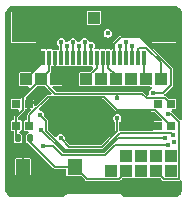
<source format=gbr>
%TF.GenerationSoftware,KiCad,Pcbnew,7.0.9-7.0.9~ubuntu22.04.1*%
%TF.CreationDate,2023-12-30T14:54:31+00:00*%
%TF.ProjectId,COM_MOD,434f4d5f-4d4f-4442-9e6b-696361645f70,1.0*%
%TF.SameCoordinates,Original*%
%TF.FileFunction,Copper,L4,Bot*%
%TF.FilePolarity,Positive*%
%FSLAX46Y46*%
G04 Gerber Fmt 4.6, Leading zero omitted, Abs format (unit mm)*
G04 Created by KiCad (PCBNEW 7.0.9-7.0.9~ubuntu22.04.1) date 2023-12-30 14:54:31*
%MOMM*%
%LPD*%
G01*
G04 APERTURE LIST*
G04 Aperture macros list*
%AMRoundRect*
0 Rectangle with rounded corners*
0 $1 Rounding radius*
0 $2 $3 $4 $5 $6 $7 $8 $9 X,Y pos of 4 corners*
0 Add a 4 corners polygon primitive as box body*
4,1,4,$2,$3,$4,$5,$6,$7,$8,$9,$2,$3,0*
0 Add four circle primitives for the rounded corners*
1,1,$1+$1,$2,$3*
1,1,$1+$1,$4,$5*
1,1,$1+$1,$6,$7*
1,1,$1+$1,$8,$9*
0 Add four rect primitives between the rounded corners*
20,1,$1+$1,$2,$3,$4,$5,0*
20,1,$1+$1,$4,$5,$6,$7,0*
20,1,$1+$1,$6,$7,$8,$9,0*
20,1,$1+$1,$8,$9,$2,$3,0*%
G04 Aperture macros list end*
%TA.AperFunction,ComponentPad*%
%ADD10R,1.000000X1.000000*%
%TD*%
%TA.AperFunction,SMDPad,CuDef*%
%ADD11R,0.700000X0.700000*%
%TD*%
%TA.AperFunction,SMDPad,CuDef*%
%ADD12R,0.300000X1.250000*%
%TD*%
%TA.AperFunction,SMDPad,CuDef*%
%ADD13R,2.000000X2.500000*%
%TD*%
%TA.AperFunction,SMDPad,CuDef*%
%ADD14C,3.000000*%
%TD*%
%TA.AperFunction,SMDPad,CuDef*%
%ADD15RoundRect,0.135000X-0.135000X-0.185000X0.135000X-0.185000X0.135000X0.185000X-0.135000X0.185000X0*%
%TD*%
%TA.AperFunction,SMDPad,CuDef*%
%ADD16R,1.230000X1.360000*%
%TD*%
%TA.AperFunction,ViaPad*%
%ADD17C,0.400000*%
%TD*%
%TA.AperFunction,Conductor*%
%ADD18C,0.127000*%
%TD*%
G04 APERTURE END LIST*
D10*
%TO.P,J17,1,Pin_1*%
%TO.N,/I2C_SDA*%
X36580000Y-37770000D03*
%TD*%
%TO.P,J5,1,Pin_1*%
%TO.N,/MISO*%
X29365001Y-30000000D03*
%TD*%
%TO.P,J3,1,Pin_1*%
%TO.N,/AUX3*%
X30000001Y-24762500D03*
%TD*%
%TO.P,J19,1,Pin_1*%
%TO.N,/AUX1*%
X24285001Y-30000000D03*
%TD*%
%TO.P,J20,1,Pin_1*%
%TO.N,/AUX2*%
X35715001Y-30000000D03*
%TD*%
%TO.P,J2,1,Pin_1*%
%TO.N,GND*%
X26825001Y-30000000D03*
%TD*%
%TO.P,J12,1,Pin_1*%
%TO.N,/SWDIO{slash}MISO_ARM*%
X35310000Y-36500000D03*
%TD*%
%TO.P,J8,1,Pin_1*%
%TO.N,/CSB*%
X33175001Y-30000000D03*
%TD*%
%TO.P,J1,1,Pin_1*%
%TO.N,+3.3V*%
X25555001Y-30000000D03*
%TD*%
%TO.P,J15,1,Pin_1*%
%TO.N,/SPICS_ARM*%
X34040000Y-37770000D03*
%TD*%
%TO.P,J14,1,Pin_1*%
%TO.N,/SCLK_ARM*%
X32770000Y-36500000D03*
%TD*%
%TO.P,J18,1,Pin_1*%
%TO.N,/AIN0*%
X31500000Y-37770000D03*
%TD*%
%TO.P,J13,1,Pin_1*%
%TO.N,/MOSI_ARM*%
X34040001Y-36500000D03*
%TD*%
%TO.P,J7,1,Pin_1*%
%TO.N,/SCLK*%
X31905001Y-30000000D03*
%TD*%
%TO.P,J21,1,Pin_1*%
%TO.N,/GPIO*%
X32770000Y-37770000D03*
%TD*%
%TO.P,J16,1,Pin_1*%
%TO.N,/i2C_SCL*%
X35310000Y-37770000D03*
%TD*%
%TO.P,J11,1,Pin_1*%
%TO.N,/IO1_out*%
X36580000Y-36500000D03*
%TD*%
%TO.P,J6,1,Pin_1*%
%TO.N,/MOSI*%
X30635001Y-30000000D03*
%TD*%
%TO.P,J9,1,Pin_1*%
%TO.N,/extRef*%
X34445001Y-30000000D03*
%TD*%
D11*
%TO.P,LED2,1,DO*%
%TO.N,/LED_OUT*%
X23450001Y-32085000D03*
%TO.P,LED2,2,GND*%
%TO.N,GND*%
X24550001Y-32085000D03*
%TO.P,LED2,3,DI*%
%TO.N,Net-(LED1-DO)*%
X24550001Y-33915000D03*
%TO.P,LED2,4,VDD*%
%TO.N,+3.3V*%
X23450001Y-33915000D03*
%TD*%
D12*
%TO.P,J4,1,1*%
%TO.N,/AUX1*%
X25750001Y-28175000D03*
%TO.P,J4,2,2*%
%TO.N,+3.3V*%
X26250001Y-28175000D03*
%TO.P,J4,3,3*%
%TO.N,GND*%
X26750001Y-28175000D03*
%TO.P,J4,4,4*%
%TO.N,/AUX3*%
X27250001Y-28175000D03*
%TO.P,J4,5,5*%
%TO.N,/addr_bus_0*%
X27750001Y-28175000D03*
%TO.P,J4,6,6*%
%TO.N,/addr_bus_1*%
X28250001Y-28175000D03*
%TO.P,J4,7,7*%
%TO.N,/addr_bus_2*%
X28750001Y-28175000D03*
%TO.P,J4,8,8*%
%TO.N,/addr_bus_3*%
X29250001Y-28175000D03*
%TO.P,J4,9,9*%
%TO.N,/addr_bus_4*%
X29750001Y-28175000D03*
%TO.P,J4,10,10*%
%TO.N,/MISO*%
X30250001Y-28175000D03*
%TO.P,J4,11,11*%
%TO.N,/MOSI*%
X30750001Y-28175000D03*
%TO.P,J4,12,12*%
%TO.N,/SCLK*%
X31250001Y-28175000D03*
%TO.P,J4,13,13*%
%TO.N,/IO1_in*%
X31750001Y-28175000D03*
%TO.P,J4,14,14*%
%TO.N,/IO2*%
X32250001Y-28175000D03*
%TO.P,J4,15,15*%
%TO.N,/I2C_SDA*%
X32750001Y-28175000D03*
%TO.P,J4,16,16*%
%TO.N,/i2C_SCL*%
X33250001Y-28175000D03*
%TO.P,J4,17,17*%
%TO.N,/AUX2*%
X33750001Y-28175000D03*
%TO.P,J4,18,18*%
%TO.N,/extRef*%
X34250001Y-28175000D03*
D13*
%TO.P,J4,19,sh1*%
%TO.N,GND*%
X24060001Y-25600000D03*
%TO.P,J4,20,sh2*%
X35940001Y-25600000D03*
%TD*%
D14*
%TO.P,I1,1,conn*%
%TO.N,GND*%
X30000000Y-33500000D03*
%TD*%
D11*
%TO.P,LED1,1,DO*%
%TO.N,Net-(LED1-DO)*%
X36550001Y-33915000D03*
%TO.P,LED1,2,GND*%
%TO.N,GND*%
X35450001Y-33915000D03*
%TO.P,LED1,3,DI*%
%TO.N,/LED_IN*%
X35450001Y-32085000D03*
%TO.P,LED1,4,VDD*%
%TO.N,+3.3V*%
X36550001Y-32085000D03*
%TD*%
D15*
%TO.P,R1,1*%
%TO.N,+3.3V*%
X23590000Y-35000000D03*
%TO.P,R1,2*%
%TO.N,/GPIO*%
X24610000Y-35000000D03*
%TD*%
D16*
%TO.P,SW1,1,1*%
%TO.N,/GPIO*%
X28385000Y-37400000D03*
%TO.P,SW1,2,2*%
%TO.N,GND*%
X24015000Y-37400000D03*
%TD*%
D17*
%TO.N,GND*%
X30700000Y-34000000D03*
X31200000Y-33700000D03*
X23100000Y-31200000D03*
X27200000Y-33400000D03*
X33750000Y-33350000D03*
X35350000Y-24750000D03*
X36550000Y-26450000D03*
X27200000Y-32600000D03*
X30700000Y-33400000D03*
X35350000Y-26450000D03*
X25462500Y-31362500D03*
X30700000Y-32800000D03*
X27200000Y-34100000D03*
X34450000Y-34100000D03*
X34450000Y-33350000D03*
X30600000Y-34600000D03*
X24650000Y-26450000D03*
X35940001Y-25600000D03*
X23450000Y-26450000D03*
X36550000Y-24750000D03*
X33750000Y-34100000D03*
X24650000Y-24750000D03*
X24060001Y-25600000D03*
X23450000Y-24750000D03*
%TO.N,/addr_bus_0*%
X27750000Y-27150000D03*
%TO.N,/addr_bus_1*%
X28250000Y-26850000D03*
%TO.N,/addr_bus_2*%
X28750000Y-27150000D03*
%TO.N,/addr_bus_3*%
X29250000Y-26850000D03*
%TO.N,/addr_bus_4*%
X29750000Y-27150000D03*
%TO.N,/i2C_SCL*%
X33250000Y-27150000D03*
X36290000Y-32910000D03*
%TO.N,/I2C_SDA*%
X32750000Y-26850000D03*
%TO.N,/IO1_in*%
X35000000Y-31150000D03*
%TO.N,/IO2*%
X32250000Y-27150000D03*
%TO.N,/AUX3*%
X27250000Y-26850000D03*
%TO.N,/LED_IN*%
X35450001Y-32085000D03*
%TO.N,+3.3V*%
X32000000Y-31550000D03*
%TO.N,/addr_mod_0*%
X25440000Y-32970000D03*
X36730000Y-34730000D03*
%TO.N,/addr_mod_1*%
X25540000Y-34240000D03*
X36050000Y-34950000D03*
%TO.N,/addr_mod_2*%
X25700000Y-35600000D03*
X36260000Y-35530000D03*
%TO.N,/addr_mod_3*%
X27200000Y-35000000D03*
X32000000Y-33300000D03*
%TO.N,/IO1_out*%
X36800000Y-35290000D03*
X31200000Y-26100000D03*
%TD*%
D18*
%TO.N,GND*%
X26750001Y-28175000D02*
X26750001Y-29925000D01*
X24550001Y-32085000D02*
X24740000Y-32085000D01*
X24015000Y-33097001D02*
X24015000Y-37400000D01*
X34265000Y-33915000D02*
X34450000Y-34100000D01*
X34635000Y-33915000D02*
X35450001Y-33915000D01*
X24740000Y-32085000D02*
X25462500Y-31362500D01*
X24550001Y-32085000D02*
X24550001Y-32562000D01*
X34165000Y-33915000D02*
X34265000Y-33915000D01*
X24550001Y-32562000D02*
X24015000Y-33097001D01*
X34450000Y-34100000D02*
X34635000Y-33915000D01*
X26750001Y-29925000D02*
X26825001Y-30000000D01*
%TO.N,/MISO*%
X30250001Y-28175000D02*
X30250001Y-29000000D01*
X30250001Y-29000000D02*
X29365001Y-29885000D01*
X29365001Y-29885000D02*
X29365001Y-30000000D01*
%TO.N,/MOSI*%
X30750001Y-29885000D02*
X30635001Y-30000000D01*
X30750001Y-28175000D02*
X30750001Y-29885000D01*
%TO.N,/SCLK*%
X31250001Y-29000000D02*
X31905001Y-29655000D01*
X31905001Y-29655000D02*
X31905001Y-30000000D01*
X31250001Y-28175000D02*
X31250001Y-29000000D01*
%TO.N,/extRef*%
X34250001Y-29805000D02*
X34445001Y-30000000D01*
X34250001Y-28175000D02*
X34250001Y-29805000D01*
%TO.N,/addr_bus_0*%
X27750001Y-28175000D02*
X27750000Y-27150000D01*
%TO.N,/addr_bus_1*%
X28250001Y-28175000D02*
X28250000Y-26850000D01*
%TO.N,/addr_bus_2*%
X28750001Y-28175000D02*
X28750000Y-27150000D01*
%TO.N,/addr_bus_3*%
X29250001Y-28175000D02*
X29250000Y-26850000D01*
%TO.N,/addr_bus_4*%
X29750001Y-28175000D02*
X29750000Y-27150000D01*
%TO.N,/i2C_SCL*%
X33250000Y-27150000D02*
X33250001Y-28175000D01*
X36552001Y-32910000D02*
X37233500Y-33591499D01*
X37233500Y-33591499D02*
X37233500Y-38423500D01*
X36290000Y-32910000D02*
X36552001Y-32910000D01*
X37233500Y-38423500D02*
X35963500Y-38423500D01*
X35963500Y-38423500D02*
X35310000Y-37770000D01*
%TO.N,/I2C_SDA*%
X32750000Y-26850000D02*
X32750001Y-28175000D01*
%TO.N,/IO1_in*%
X36550000Y-30472001D02*
X36550000Y-29086115D01*
X33900385Y-26436500D02*
X32313500Y-26436500D01*
X31750001Y-26999999D02*
X31750001Y-28175000D01*
X36550000Y-29086115D02*
X33900385Y-26436500D01*
X35872001Y-31150000D02*
X36550000Y-30472001D01*
X32313500Y-26436500D02*
X31750001Y-26999999D01*
X35000000Y-31150000D02*
X35872001Y-31150000D01*
%TO.N,/IO2*%
X32250001Y-28175000D02*
X32250000Y-27150000D01*
%TO.N,/AUX1*%
X25750001Y-28175000D02*
X25750001Y-28535000D01*
X25750001Y-28535000D02*
X24285001Y-30000000D01*
%TO.N,/AUX2*%
X35715001Y-28558000D02*
X35715001Y-30000000D01*
X33873001Y-27300000D02*
X34457001Y-27300000D01*
X34457001Y-27300000D02*
X35715001Y-28558000D01*
X33750001Y-28175000D02*
X33750001Y-27423000D01*
X33750001Y-27423000D02*
X33873001Y-27300000D01*
%TO.N,/AUX3*%
X27250000Y-26850000D02*
X27250001Y-28175000D01*
%TO.N,Net-(LED1-DO)*%
X24550001Y-33019999D02*
X24550001Y-33915000D01*
X35223501Y-32588500D02*
X34985001Y-32588500D01*
X26120000Y-31450000D02*
X24550001Y-33019999D01*
X34985001Y-32588500D02*
X34946501Y-32550000D01*
X34946501Y-32550000D02*
X31950000Y-32550000D01*
X30850000Y-31450000D02*
X26120000Y-31450000D01*
X31950000Y-32550000D02*
X30850000Y-31450000D01*
X36550001Y-33915000D02*
X35223501Y-32588500D01*
%TO.N,+3.3V*%
X23450001Y-33915000D02*
X23450001Y-34860001D01*
X23450001Y-33149999D02*
X24046501Y-32553499D01*
X34100000Y-31200000D02*
X34481500Y-31581500D01*
X25555001Y-30000000D02*
X26250001Y-29305000D01*
X24046501Y-32553499D02*
X24046501Y-31508500D01*
X26250001Y-29305000D02*
X26250001Y-28175000D01*
X34481500Y-31581500D02*
X36046501Y-31581500D01*
X24046501Y-31508500D02*
X25555001Y-30000000D01*
X32000000Y-31200000D02*
X32000000Y-31550000D01*
X36046501Y-31581500D02*
X36550001Y-32085000D01*
X25555001Y-30000000D02*
X26755001Y-31200000D01*
X23450001Y-34860001D02*
X23590000Y-35000000D01*
X23450001Y-33915000D02*
X23450001Y-33149999D01*
X32000000Y-31200000D02*
X34100000Y-31200000D01*
X26755001Y-31200000D02*
X32000000Y-31200000D01*
%TO.N,/addr_mod_0*%
X30769884Y-35937000D02*
X27537000Y-35937000D01*
X32193384Y-34513500D02*
X30769884Y-35937000D01*
X25953500Y-33483500D02*
X25440000Y-32970000D01*
X25953500Y-34353500D02*
X25953500Y-33483500D01*
X27537000Y-35937000D02*
X25953500Y-34353500D01*
X36730000Y-34730000D02*
X36513500Y-34513500D01*
X36513500Y-34513500D02*
X32193384Y-34513500D01*
%TO.N,/addr_mod_1*%
X25540000Y-34246884D02*
X25540000Y-34240000D01*
X30859768Y-36154000D02*
X27447116Y-36154000D01*
X32063768Y-34950000D02*
X30859768Y-36154000D01*
X36050000Y-34950000D02*
X32063768Y-34950000D01*
X27447116Y-36154000D02*
X25540000Y-34246884D01*
%TO.N,/addr_mod_2*%
X26586232Y-35600000D02*
X27357232Y-36371000D01*
X30949652Y-36371000D02*
X31790652Y-35530000D01*
X25700000Y-35600000D02*
X26586232Y-35600000D01*
X31790652Y-35530000D02*
X36260000Y-35530000D01*
X27357232Y-36371000D02*
X30949652Y-36371000D01*
%TO.N,/addr_mod_3*%
X32000000Y-34400000D02*
X32000000Y-33300000D01*
X30680000Y-35720000D02*
X32000000Y-34400000D01*
X27920000Y-35720000D02*
X30680000Y-35720000D01*
X27200000Y-35000000D02*
X27920000Y-35720000D01*
%TO.N,/GPIO*%
X29408500Y-38423500D02*
X32116500Y-38423500D01*
X26690001Y-37400000D02*
X28385000Y-37400000D01*
X32116500Y-38423500D02*
X32770000Y-37770000D01*
X24610000Y-35319999D02*
X26690001Y-37400000D01*
X28385000Y-37400000D02*
X29408500Y-38423500D01*
X24610000Y-35000000D02*
X24610000Y-35319999D01*
%TD*%
%TA.AperFunction,Conductor*%
%TO.N,GND*%
G36*
X36753033Y-23760798D02*
G01*
X36800080Y-23765431D01*
X36882119Y-23773511D01*
X36905947Y-23778250D01*
X37021314Y-23813246D01*
X37043763Y-23822546D01*
X37050325Y-23826053D01*
X37150075Y-23879371D01*
X37170286Y-23892876D01*
X37263465Y-23969346D01*
X37280653Y-23986534D01*
X37357123Y-24079713D01*
X37370628Y-24099924D01*
X37427452Y-24206233D01*
X37436755Y-24228691D01*
X37471747Y-24344043D01*
X37476489Y-24367886D01*
X37489201Y-24496965D01*
X37489500Y-24503045D01*
X37489500Y-33330348D01*
X37469815Y-33397387D01*
X37417011Y-33443142D01*
X37347853Y-33453086D01*
X37284297Y-33424061D01*
X37277819Y-33418029D01*
X36620174Y-32760384D01*
X36621673Y-32758884D01*
X36588822Y-32724426D01*
X36588557Y-32723909D01*
X36579327Y-32705794D01*
X36566431Y-32637124D01*
X36592708Y-32572384D01*
X36649814Y-32532127D01*
X36689810Y-32525499D01*
X36908913Y-32525499D01*
X36935312Y-32520249D01*
X36965248Y-32500247D01*
X36985250Y-32470311D01*
X36990501Y-32443913D01*
X36990500Y-31726088D01*
X36985250Y-31699689D01*
X36985249Y-31699687D01*
X36985248Y-31699685D01*
X36965248Y-31669752D01*
X36935312Y-31649750D01*
X36908916Y-31644500D01*
X36908914Y-31644500D01*
X36378652Y-31644500D01*
X36311613Y-31624815D01*
X36290971Y-31608181D01*
X36126216Y-31443426D01*
X36126214Y-31443425D01*
X36121708Y-31442218D01*
X36091805Y-31429831D01*
X36087766Y-31427500D01*
X36077961Y-31424873D01*
X36018301Y-31388508D01*
X35987772Y-31325661D01*
X35996067Y-31256285D01*
X36022382Y-31217408D01*
X36027512Y-31212278D01*
X36027514Y-31212274D01*
X36612274Y-30627513D01*
X36612277Y-30627512D01*
X36629715Y-30610074D01*
X36629716Y-30610074D01*
X36688073Y-30551717D01*
X36689279Y-30547212D01*
X36701669Y-30517301D01*
X36704000Y-30513266D01*
X36704001Y-30430737D01*
X36704000Y-30430735D01*
X36704000Y-29065839D01*
X36704000Y-29044850D01*
X36701666Y-29040808D01*
X36689279Y-29010902D01*
X36688073Y-29006399D01*
X36629717Y-28948042D01*
X36629716Y-28948041D01*
X36619510Y-28937835D01*
X36619501Y-28937828D01*
X34534174Y-26852500D01*
X34914601Y-26852500D01*
X34916074Y-26859912D01*
X34921688Y-26868312D01*
X34930088Y-26873926D01*
X34937500Y-26875399D01*
X34937501Y-26875400D01*
X36942501Y-26875400D01*
X36942501Y-26875399D01*
X36949913Y-26873926D01*
X36958313Y-26868312D01*
X36963927Y-26859912D01*
X36965400Y-26852500D01*
X36965401Y-26852500D01*
X36965401Y-24347500D01*
X36965400Y-24347499D01*
X36963927Y-24340087D01*
X36958313Y-24331687D01*
X36949913Y-24326073D01*
X36942501Y-24324600D01*
X34937501Y-24324600D01*
X34930088Y-24326073D01*
X34921688Y-24331687D01*
X34916074Y-24340087D01*
X34914601Y-24347499D01*
X34914601Y-26852500D01*
X34534174Y-26852500D01*
X33994942Y-26313268D01*
X33980100Y-26298426D01*
X33980098Y-26298425D01*
X33975592Y-26297218D01*
X33945689Y-26284831D01*
X33943866Y-26283779D01*
X33941649Y-26282499D01*
X33844688Y-26282499D01*
X33844680Y-26282500D01*
X32272235Y-26282500D01*
X32268188Y-26284836D01*
X32238299Y-26297216D01*
X32233787Y-26298425D01*
X32233782Y-26298428D01*
X32175428Y-26356780D01*
X32175426Y-26356784D01*
X31670285Y-26861926D01*
X31611928Y-26920283D01*
X31611927Y-26920284D01*
X31611926Y-26920285D01*
X31610717Y-26924797D01*
X31598337Y-26954686D01*
X31596000Y-26958732D01*
X31596000Y-27065924D01*
X31596001Y-27065929D01*
X31596001Y-27345731D01*
X31576316Y-27412770D01*
X31523512Y-27458525D01*
X31454354Y-27468469D01*
X31447402Y-27466564D01*
X31447289Y-27467133D01*
X31408916Y-27459500D01*
X31091092Y-27459500D01*
X31064688Y-27464751D01*
X31053405Y-27469425D01*
X31052440Y-27467095D01*
X31002204Y-27482821D01*
X30947287Y-27467751D01*
X30946595Y-27469424D01*
X30935312Y-27464750D01*
X30908916Y-27459500D01*
X30591092Y-27459500D01*
X30564688Y-27464751D01*
X30553405Y-27469425D01*
X30552440Y-27467095D01*
X30502204Y-27482821D01*
X30447287Y-27467751D01*
X30446595Y-27469424D01*
X30435312Y-27464750D01*
X30408916Y-27459500D01*
X30188025Y-27459500D01*
X30120986Y-27439815D01*
X30075231Y-27387011D01*
X30065287Y-27317853D01*
X30077539Y-27279209D01*
X30087500Y-27259661D01*
X30090625Y-27239936D01*
X30104869Y-27150002D01*
X30104869Y-27149997D01*
X30087501Y-27040341D01*
X30064726Y-26995642D01*
X30037095Y-26941413D01*
X30037092Y-26941410D01*
X30037090Y-26941407D01*
X29958592Y-26862909D01*
X29958588Y-26862906D01*
X29958587Y-26862905D01*
X29933263Y-26850002D01*
X29859658Y-26812498D01*
X29750002Y-26795131D01*
X29750000Y-26795131D01*
X29714448Y-26800762D01*
X29645154Y-26791806D01*
X29591703Y-26746809D01*
X29584567Y-26734583D01*
X29537095Y-26641413D01*
X29537092Y-26641410D01*
X29537090Y-26641407D01*
X29458592Y-26562909D01*
X29458588Y-26562906D01*
X29458587Y-26562905D01*
X29454743Y-26560946D01*
X29359658Y-26512498D01*
X29250002Y-26495131D01*
X29249998Y-26495131D01*
X29140341Y-26512498D01*
X29041414Y-26562904D01*
X29041407Y-26562909D01*
X28962909Y-26641407D01*
X28962906Y-26641412D01*
X28962905Y-26641413D01*
X28915433Y-26734583D01*
X28867458Y-26785379D01*
X28799637Y-26802174D01*
X28785551Y-26800761D01*
X28750003Y-26795131D01*
X28750001Y-26795131D01*
X28750000Y-26795131D01*
X28714448Y-26800762D01*
X28645154Y-26791806D01*
X28591703Y-26746809D01*
X28584567Y-26734583D01*
X28537095Y-26641413D01*
X28537092Y-26641410D01*
X28537090Y-26641407D01*
X28458592Y-26562909D01*
X28458588Y-26562906D01*
X28458587Y-26562905D01*
X28454743Y-26560946D01*
X28359658Y-26512498D01*
X28250002Y-26495131D01*
X28249998Y-26495131D01*
X28140341Y-26512498D01*
X28041414Y-26562904D01*
X28041407Y-26562909D01*
X27962909Y-26641407D01*
X27962906Y-26641412D01*
X27962905Y-26641413D01*
X27915433Y-26734583D01*
X27867458Y-26785379D01*
X27799637Y-26802174D01*
X27785551Y-26800761D01*
X27750003Y-26795131D01*
X27750001Y-26795131D01*
X27750000Y-26795131D01*
X27714448Y-26800762D01*
X27645154Y-26791806D01*
X27591703Y-26746809D01*
X27584567Y-26734583D01*
X27537095Y-26641413D01*
X27537092Y-26641410D01*
X27537090Y-26641407D01*
X27458592Y-26562909D01*
X27458588Y-26562906D01*
X27458587Y-26562905D01*
X27454743Y-26560946D01*
X27359658Y-26512498D01*
X27250002Y-26495131D01*
X27249998Y-26495131D01*
X27140341Y-26512498D01*
X27041414Y-26562904D01*
X27041407Y-26562909D01*
X26962909Y-26641407D01*
X26962904Y-26641414D01*
X26912498Y-26740341D01*
X26895131Y-26849997D01*
X26895131Y-26850002D01*
X26912498Y-26959658D01*
X26960946Y-27054743D01*
X26962905Y-27058587D01*
X27041413Y-27137095D01*
X27041415Y-27137096D01*
X27041416Y-27137097D01*
X27044888Y-27139620D01*
X27048084Y-27143765D01*
X27048314Y-27143995D01*
X27048284Y-27144024D01*
X27087552Y-27194950D01*
X27096000Y-27239936D01*
X27096000Y-27377550D01*
X27076315Y-27444589D01*
X27040889Y-27480653D01*
X27034754Y-27484751D01*
X27026440Y-27493066D01*
X26965116Y-27526549D01*
X26914577Y-27527001D01*
X26902503Y-27524600D01*
X26597493Y-27524600D01*
X26585422Y-27527001D01*
X26515831Y-27520768D01*
X26473559Y-27493063D01*
X26465248Y-27484752D01*
X26435312Y-27464750D01*
X26408916Y-27459500D01*
X26091092Y-27459500D01*
X26064688Y-27464751D01*
X26053405Y-27469425D01*
X26052440Y-27467095D01*
X26002204Y-27482821D01*
X25947287Y-27467751D01*
X25946595Y-27469424D01*
X25935312Y-27464750D01*
X25908916Y-27459500D01*
X25591092Y-27459500D01*
X25564688Y-27464751D01*
X25564686Y-27464752D01*
X25534753Y-27484752D01*
X25514751Y-27514688D01*
X25509501Y-27541084D01*
X25509501Y-28506348D01*
X25489816Y-28573387D01*
X25473182Y-28594029D01*
X24694029Y-29373181D01*
X24632706Y-29406666D01*
X24606348Y-29409500D01*
X23776092Y-29409500D01*
X23749688Y-29414751D01*
X23749686Y-29414752D01*
X23719753Y-29434752D01*
X23699751Y-29464688D01*
X23694501Y-29491084D01*
X23694501Y-30508908D01*
X23699752Y-30535312D01*
X23699753Y-30535314D01*
X23719753Y-30565247D01*
X23749689Y-30585249D01*
X23758408Y-30586983D01*
X23776088Y-30590500D01*
X24447350Y-30590499D01*
X24514388Y-30610183D01*
X24560143Y-30662987D01*
X24570087Y-30732146D01*
X24541062Y-30795702D01*
X24535030Y-30802180D01*
X23966785Y-31370427D01*
X23908427Y-31428784D01*
X23908426Y-31428786D01*
X23907217Y-31433298D01*
X23894837Y-31463187D01*
X23892500Y-31467234D01*
X23892500Y-31520502D01*
X23872814Y-31587541D01*
X23820010Y-31633295D01*
X23768500Y-31644500D01*
X23091092Y-31644500D01*
X23064688Y-31649751D01*
X23064686Y-31649752D01*
X23034753Y-31669752D01*
X23014751Y-31699688D01*
X23009501Y-31726084D01*
X23009501Y-32443908D01*
X23014752Y-32470312D01*
X23014753Y-32470314D01*
X23034753Y-32500247D01*
X23064689Y-32520249D01*
X23073408Y-32521983D01*
X23091088Y-32525500D01*
X23557350Y-32525499D01*
X23624388Y-32545183D01*
X23670143Y-32597987D01*
X23680087Y-32667146D01*
X23651062Y-32730702D01*
X23645030Y-32737180D01*
X23311928Y-33070281D01*
X23311926Y-33070285D01*
X23310717Y-33074797D01*
X23298337Y-33104686D01*
X23296000Y-33108732D01*
X23296000Y-33215924D01*
X23296001Y-33215929D01*
X23296001Y-33350500D01*
X23276316Y-33417539D01*
X23223512Y-33463294D01*
X23172002Y-33474500D01*
X23091092Y-33474500D01*
X23064688Y-33479751D01*
X23064686Y-33479752D01*
X23034753Y-33499752D01*
X23014751Y-33529688D01*
X23009501Y-33556084D01*
X23009501Y-34273908D01*
X23014752Y-34300312D01*
X23014753Y-34300314D01*
X23034753Y-34330247D01*
X23064689Y-34350249D01*
X23072930Y-34351888D01*
X23091088Y-34355500D01*
X23172002Y-34355499D01*
X23239039Y-34375183D01*
X23284795Y-34427986D01*
X23296001Y-34479499D01*
X23296001Y-34609452D01*
X23276316Y-34676491D01*
X23275103Y-34678342D01*
X23242584Y-34727010D01*
X23242583Y-34727013D01*
X23242583Y-34727014D01*
X23229500Y-34792789D01*
X23229500Y-34792790D01*
X23229500Y-35207208D01*
X23237043Y-35245131D01*
X23242583Y-35272986D01*
X23292423Y-35347577D01*
X23334961Y-35376000D01*
X23367012Y-35397416D01*
X23367014Y-35397417D01*
X23432789Y-35410500D01*
X23747210Y-35410499D01*
X23812986Y-35397417D01*
X23887577Y-35347577D01*
X23937417Y-35272986D01*
X23950500Y-35207211D01*
X23950499Y-34792790D01*
X23937417Y-34727014D01*
X23887577Y-34652423D01*
X23839560Y-34620339D01*
X23812987Y-34602583D01*
X23808652Y-34601721D01*
X23800710Y-34600141D01*
X23738801Y-34567757D01*
X23704226Y-34507042D01*
X23707965Y-34437272D01*
X23748831Y-34380600D01*
X23803373Y-34358858D01*
X23802941Y-34356686D01*
X23808910Y-34355499D01*
X23808913Y-34355499D01*
X23835312Y-34350249D01*
X23865248Y-34330247D01*
X23885250Y-34300311D01*
X23885251Y-34300304D01*
X23885435Y-34299863D01*
X23886108Y-34299027D01*
X23892035Y-34290157D01*
X23892828Y-34290686D01*
X23929271Y-34245455D01*
X23995563Y-34223384D01*
X24063264Y-34240657D01*
X24110879Y-34291790D01*
X24114561Y-34299851D01*
X24114752Y-34300312D01*
X24134753Y-34330247D01*
X24164689Y-34350249D01*
X24172930Y-34351888D01*
X24191088Y-34355500D01*
X24370196Y-34355499D01*
X24437234Y-34375183D01*
X24482989Y-34427987D01*
X24492933Y-34497145D01*
X24463908Y-34560701D01*
X24405130Y-34598476D01*
X24394389Y-34601116D01*
X24387016Y-34602582D01*
X24387011Y-34602584D01*
X24312423Y-34652423D01*
X24262583Y-34727012D01*
X24262583Y-34727014D01*
X24249774Y-34791414D01*
X24249500Y-34792790D01*
X24249500Y-35207208D01*
X24257043Y-35245131D01*
X24262583Y-35272986D01*
X24312423Y-35347577D01*
X24354961Y-35376000D01*
X24387012Y-35397416D01*
X24387014Y-35397417D01*
X24452789Y-35410500D01*
X24452793Y-35410499D01*
X24453246Y-35410590D01*
X24515158Y-35442974D01*
X24516699Y-35444488D01*
X24530283Y-35458072D01*
X24530284Y-35458072D01*
X24547723Y-35475512D01*
X24547726Y-35475514D01*
X26551928Y-37479716D01*
X26610285Y-37538073D01*
X26614789Y-37539279D01*
X26644697Y-37551667D01*
X26648737Y-37554000D01*
X26731265Y-37554001D01*
X26731267Y-37554000D01*
X27555501Y-37554000D01*
X27622540Y-37573685D01*
X27668295Y-37626489D01*
X27679501Y-37678000D01*
X27679501Y-38088912D01*
X27682487Y-38103926D01*
X27684751Y-38115312D01*
X27684752Y-38115314D01*
X27704752Y-38145247D01*
X27734688Y-38165249D01*
X27743407Y-38166983D01*
X27761087Y-38170500D01*
X28886348Y-38170499D01*
X28953387Y-38190184D01*
X28974029Y-38206818D01*
X29270427Y-38503216D01*
X29328784Y-38561573D01*
X29333288Y-38562779D01*
X29363196Y-38575167D01*
X29367236Y-38577500D01*
X29449764Y-38577501D01*
X29449766Y-38577500D01*
X32075235Y-38577500D01*
X32157765Y-38577500D01*
X32161804Y-38575167D01*
X32191708Y-38562780D01*
X32196216Y-38561573D01*
X32254573Y-38503217D01*
X32254573Y-38503216D01*
X32272009Y-38485780D01*
X32272011Y-38485776D01*
X32360972Y-38396815D01*
X32422294Y-38363333D01*
X32448651Y-38360499D01*
X33278909Y-38360499D01*
X33278912Y-38360499D01*
X33305311Y-38355249D01*
X33335247Y-38335247D01*
X33335247Y-38335246D01*
X33336110Y-38334670D01*
X33402787Y-38313793D01*
X33470167Y-38332278D01*
X33473890Y-38334670D01*
X33474752Y-38335246D01*
X33474753Y-38335247D01*
X33504689Y-38355249D01*
X33531087Y-38360500D01*
X34548912Y-38360499D01*
X34575311Y-38355249D01*
X34605247Y-38335247D01*
X34605247Y-38335246D01*
X34606110Y-38334670D01*
X34672787Y-38313793D01*
X34740167Y-38332278D01*
X34743890Y-38334670D01*
X34744752Y-38335246D01*
X34744753Y-38335247D01*
X34774689Y-38355249D01*
X34801087Y-38360500D01*
X35631348Y-38360499D01*
X35698387Y-38380183D01*
X35719028Y-38396817D01*
X35825427Y-38503216D01*
X35883784Y-38561573D01*
X35888288Y-38562779D01*
X35918196Y-38575167D01*
X35922236Y-38577500D01*
X36004764Y-38577501D01*
X36004766Y-38577500D01*
X37196898Y-38577500D01*
X37228990Y-38581725D01*
X37233498Y-38582933D01*
X37233500Y-38582933D01*
X37328985Y-38557348D01*
X37329903Y-38560777D01*
X37371380Y-38550708D01*
X37437411Y-38573550D01*
X37480610Y-38628464D01*
X37489500Y-38674569D01*
X37489500Y-39246951D01*
X37489201Y-39253032D01*
X37476488Y-39382113D01*
X37471745Y-39405955D01*
X37436752Y-39521310D01*
X37427450Y-39543767D01*
X37370629Y-39650071D01*
X37357124Y-39670283D01*
X37280652Y-39763464D01*
X37263464Y-39780652D01*
X37170283Y-39857124D01*
X37150071Y-39870629D01*
X37043767Y-39927450D01*
X37021310Y-39936752D01*
X36905955Y-39971745D01*
X36882113Y-39976488D01*
X36753033Y-39989201D01*
X36746952Y-39989500D01*
X32610585Y-39989500D01*
X32543546Y-39969815D01*
X32497791Y-39917011D01*
X32492654Y-39903818D01*
X32485000Y-39880261D01*
X32456271Y-39840719D01*
X32436497Y-39813502D01*
X32369739Y-39765000D01*
X32291260Y-39739500D01*
X32291259Y-39739500D01*
X32252088Y-39739500D01*
X27753412Y-39739500D01*
X27750000Y-39739500D01*
X27708741Y-39739500D01*
X27708739Y-39739500D01*
X27630260Y-39765000D01*
X27563502Y-39813502D01*
X27515000Y-39880260D01*
X27507346Y-39903818D01*
X27467909Y-39961493D01*
X27403550Y-39988692D01*
X27389415Y-39989500D01*
X23253048Y-39989500D01*
X23246967Y-39989201D01*
X23117886Y-39976488D01*
X23094044Y-39971745D01*
X22978689Y-39936752D01*
X22956232Y-39927450D01*
X22849928Y-39870629D01*
X22829716Y-39857124D01*
X22736535Y-39780652D01*
X22719347Y-39763464D01*
X22642875Y-39670283D01*
X22629370Y-39650071D01*
X22572549Y-39543767D01*
X22563247Y-39521310D01*
X22528254Y-39405955D01*
X22523512Y-39382118D01*
X22510800Y-39253041D01*
X22510501Y-39246961D01*
X22510501Y-38082500D01*
X23374600Y-38082500D01*
X23376073Y-38089912D01*
X23381687Y-38098312D01*
X23390087Y-38103926D01*
X23397499Y-38105399D01*
X23397500Y-38105400D01*
X24632500Y-38105400D01*
X24632500Y-38105399D01*
X24639912Y-38103926D01*
X24648312Y-38098312D01*
X24653926Y-38089912D01*
X24655399Y-38082500D01*
X24655400Y-38082500D01*
X24655400Y-36717500D01*
X24655399Y-36717499D01*
X24653926Y-36710087D01*
X24648312Y-36701687D01*
X24639912Y-36696073D01*
X24632500Y-36694600D01*
X23397500Y-36694600D01*
X23390087Y-36696073D01*
X23381687Y-36701687D01*
X23376073Y-36710087D01*
X23374600Y-36717499D01*
X23374600Y-38082500D01*
X22510501Y-38082500D01*
X22510501Y-26852500D01*
X23034601Y-26852500D01*
X23036074Y-26859912D01*
X23041688Y-26868312D01*
X23050088Y-26873926D01*
X23057500Y-26875399D01*
X23057501Y-26875400D01*
X25062501Y-26875400D01*
X25062501Y-26875399D01*
X25069913Y-26873926D01*
X25078313Y-26868312D01*
X25083927Y-26859912D01*
X25085400Y-26852500D01*
X25085401Y-26852500D01*
X25085401Y-26100002D01*
X30845131Y-26100002D01*
X30862498Y-26209658D01*
X30912904Y-26308585D01*
X30912909Y-26308592D01*
X30991407Y-26387090D01*
X30991410Y-26387092D01*
X30991413Y-26387095D01*
X31090339Y-26437500D01*
X31090341Y-26437501D01*
X31199998Y-26454869D01*
X31200000Y-26454869D01*
X31200002Y-26454869D01*
X31309658Y-26437501D01*
X31309659Y-26437500D01*
X31309661Y-26437500D01*
X31408587Y-26387095D01*
X31487095Y-26308587D01*
X31537500Y-26209661D01*
X31537500Y-26209659D01*
X31537501Y-26209658D01*
X31554869Y-26100002D01*
X31554869Y-26099997D01*
X31537501Y-25990341D01*
X31537500Y-25990339D01*
X31487095Y-25891413D01*
X31487092Y-25891410D01*
X31487090Y-25891407D01*
X31408592Y-25812909D01*
X31408588Y-25812906D01*
X31408587Y-25812905D01*
X31404743Y-25810946D01*
X31309658Y-25762498D01*
X31200002Y-25745131D01*
X31199998Y-25745131D01*
X31090341Y-25762498D01*
X30991414Y-25812904D01*
X30991407Y-25812909D01*
X30912909Y-25891407D01*
X30912904Y-25891414D01*
X30862498Y-25990341D01*
X30845131Y-26099997D01*
X30845131Y-26100002D01*
X25085401Y-26100002D01*
X25085401Y-25271408D01*
X29409501Y-25271408D01*
X29414752Y-25297812D01*
X29414753Y-25297814D01*
X29434753Y-25327747D01*
X29464689Y-25347749D01*
X29473408Y-25349483D01*
X29491088Y-25353000D01*
X30508913Y-25352999D01*
X30535312Y-25347749D01*
X30565248Y-25327747D01*
X30585250Y-25297811D01*
X30590501Y-25271413D01*
X30590500Y-24253588D01*
X30585250Y-24227189D01*
X30585249Y-24227187D01*
X30585248Y-24227185D01*
X30565248Y-24197252D01*
X30535312Y-24177250D01*
X30508916Y-24172000D01*
X29491092Y-24172000D01*
X29464688Y-24177251D01*
X29464686Y-24177252D01*
X29434753Y-24197252D01*
X29414751Y-24227188D01*
X29409501Y-24253584D01*
X29409501Y-25271408D01*
X25085401Y-25271408D01*
X25085401Y-24347500D01*
X25085400Y-24347499D01*
X25083927Y-24340087D01*
X25078313Y-24331687D01*
X25069913Y-24326073D01*
X25062501Y-24324600D01*
X23057501Y-24324600D01*
X23050088Y-24326073D01*
X23041688Y-24331687D01*
X23036074Y-24340087D01*
X23034601Y-24347499D01*
X23034601Y-26852500D01*
X22510501Y-26852500D01*
X22510501Y-24503047D01*
X22510800Y-24496967D01*
X22517878Y-24425096D01*
X22523513Y-24367879D01*
X22528255Y-24344044D01*
X22528256Y-24344043D01*
X22563248Y-24228689D01*
X22572550Y-24206233D01*
X22629372Y-24099926D01*
X22642876Y-24079716D01*
X22719351Y-23986531D01*
X22736531Y-23969351D01*
X22829722Y-23892871D01*
X22849922Y-23879375D01*
X22956239Y-23822547D01*
X22978690Y-23813248D01*
X22987324Y-23810628D01*
X23094047Y-23778254D01*
X23117880Y-23773513D01*
X23186993Y-23766706D01*
X23246982Y-23760799D01*
X23253062Y-23760500D01*
X23304767Y-23760500D01*
X23304776Y-23760499D01*
X36746953Y-23760499D01*
X36753033Y-23760798D01*
G37*
%TD.AperFunction*%
%TA.AperFunction,Conductor*%
G36*
X30801888Y-31623685D02*
G01*
X30822530Y-31640319D01*
X31811927Y-32629716D01*
X31847814Y-32665603D01*
X31870284Y-32688073D01*
X31874788Y-32689280D01*
X31904695Y-32701668D01*
X31908734Y-32704000D01*
X31908735Y-32704000D01*
X31946869Y-32704000D01*
X32002438Y-32720317D01*
X32037235Y-32705023D01*
X32053128Y-32704000D01*
X34832961Y-32704000D01*
X34894961Y-32720613D01*
X34905283Y-32726572D01*
X34905284Y-32726572D01*
X34905285Y-32726573D01*
X34908496Y-32727433D01*
X34909789Y-32727780D01*
X34939696Y-32740168D01*
X34943735Y-32742500D01*
X34943736Y-32742500D01*
X35026265Y-32742501D01*
X35026267Y-32742500D01*
X35108350Y-32742500D01*
X35175389Y-32762185D01*
X35196031Y-32778819D01*
X35745131Y-33327919D01*
X35778616Y-33389242D01*
X35773632Y-33458934D01*
X35731760Y-33514867D01*
X35666296Y-33539284D01*
X35657450Y-33539600D01*
X35097501Y-33539600D01*
X35090088Y-33541073D01*
X35081688Y-33546687D01*
X35076074Y-33555087D01*
X35074601Y-33562499D01*
X35074601Y-34235500D01*
X35054916Y-34302539D01*
X35002112Y-34348294D01*
X34950601Y-34359500D01*
X32278000Y-34359500D01*
X32210961Y-34339815D01*
X32165206Y-34287011D01*
X32154000Y-34235500D01*
X32154000Y-33689936D01*
X32173685Y-33622897D01*
X32205112Y-33589620D01*
X32208583Y-33587097D01*
X32208582Y-33587097D01*
X32208587Y-33587095D01*
X32287095Y-33508587D01*
X32337500Y-33409661D01*
X32337500Y-33409659D01*
X32337501Y-33409658D01*
X32354869Y-33300002D01*
X32354869Y-33299997D01*
X32337501Y-33190341D01*
X32308291Y-33133013D01*
X32287095Y-33091413D01*
X32287092Y-33091410D01*
X32287090Y-33091407D01*
X32208592Y-33012909D01*
X32208588Y-33012906D01*
X32208587Y-33012905D01*
X32143177Y-32979577D01*
X32109658Y-32962498D01*
X32033730Y-32950473D01*
X32000715Y-32934822D01*
X31981803Y-32946977D01*
X31966267Y-32950473D01*
X31890341Y-32962499D01*
X31791414Y-33012904D01*
X31791407Y-33012909D01*
X31712909Y-33091407D01*
X31712904Y-33091414D01*
X31662498Y-33190341D01*
X31645131Y-33299997D01*
X31645131Y-33300002D01*
X31662498Y-33409658D01*
X31689827Y-33463294D01*
X31712905Y-33508587D01*
X31791413Y-33587095D01*
X31791415Y-33587096D01*
X31791416Y-33587097D01*
X31794888Y-33589620D01*
X31798084Y-33593765D01*
X31798314Y-33593995D01*
X31798284Y-33594024D01*
X31837552Y-33644950D01*
X31846000Y-33689936D01*
X31846000Y-34284849D01*
X31826315Y-34351888D01*
X31809681Y-34372530D01*
X30652530Y-35529681D01*
X30591207Y-35563166D01*
X30564849Y-35566000D01*
X28035151Y-35566000D01*
X27968112Y-35546315D01*
X27947470Y-35529681D01*
X27580802Y-35163013D01*
X27547317Y-35101690D01*
X27546010Y-35055934D01*
X27554869Y-35000001D01*
X27554869Y-34999997D01*
X27537501Y-34890341D01*
X27487797Y-34792791D01*
X27487095Y-34791413D01*
X27487092Y-34791410D01*
X27487090Y-34791407D01*
X27408592Y-34712909D01*
X27408588Y-34712906D01*
X27408587Y-34712905D01*
X27340753Y-34678342D01*
X27309658Y-34662498D01*
X27200002Y-34645131D01*
X27199998Y-34645131D01*
X27090341Y-34662498D01*
X26991414Y-34712904D01*
X26991407Y-34712909D01*
X26912909Y-34791407D01*
X26912904Y-34791414D01*
X26887875Y-34840536D01*
X26839900Y-34891331D01*
X26772079Y-34908126D01*
X26705944Y-34885588D01*
X26689710Y-34871921D01*
X26143819Y-34326030D01*
X26110334Y-34264707D01*
X26107500Y-34238349D01*
X26107500Y-33442236D01*
X26105168Y-33438197D01*
X26092780Y-33408291D01*
X26091573Y-33403784D01*
X26033217Y-33345427D01*
X26033216Y-33345426D01*
X26026149Y-33338359D01*
X26026142Y-33338353D01*
X25820802Y-33133013D01*
X25787317Y-33071690D01*
X25786010Y-33025934D01*
X25794869Y-32970001D01*
X25794869Y-32969997D01*
X25777501Y-32860341D01*
X25756137Y-32818411D01*
X25727095Y-32761413D01*
X25727092Y-32761410D01*
X25727090Y-32761407D01*
X25648592Y-32682909D01*
X25648588Y-32682906D01*
X25648587Y-32682905D01*
X25549661Y-32632500D01*
X25549659Y-32632499D01*
X25549658Y-32632499D01*
X25449577Y-32616647D01*
X25386443Y-32586717D01*
X25349512Y-32527406D01*
X25350510Y-32457543D01*
X25381293Y-32406495D01*
X26147470Y-31640319D01*
X26208793Y-31606834D01*
X26235151Y-31604000D01*
X30734849Y-31604000D01*
X30801888Y-31623685D01*
G37*
%TD.AperFunction*%
%TA.AperFunction,Conductor*%
G36*
X24659488Y-32480085D02*
G01*
X24705243Y-32532889D01*
X24715187Y-32602047D01*
X24686162Y-32665603D01*
X24680131Y-32672078D01*
X24470285Y-32881926D01*
X24440916Y-32911295D01*
X24411927Y-32940284D01*
X24411926Y-32940285D01*
X24410717Y-32944797D01*
X24398337Y-32974686D01*
X24396000Y-32978732D01*
X24396000Y-33085924D01*
X24396001Y-33085929D01*
X24396001Y-33350500D01*
X24376316Y-33417539D01*
X24323512Y-33463294D01*
X24272002Y-33474500D01*
X24191092Y-33474500D01*
X24164688Y-33479751D01*
X24164686Y-33479752D01*
X24134753Y-33499752D01*
X24114753Y-33529686D01*
X24114562Y-33530148D01*
X24113875Y-33530999D01*
X24107967Y-33539843D01*
X24107175Y-33539314D01*
X24070720Y-33584551D01*
X24004426Y-33606615D01*
X23936726Y-33589335D01*
X23889117Y-33538197D01*
X23885438Y-33530143D01*
X23885248Y-33529685D01*
X23865248Y-33499752D01*
X23835312Y-33479750D01*
X23808916Y-33474500D01*
X23808914Y-33474500D01*
X23728001Y-33474500D01*
X23660962Y-33454815D01*
X23615207Y-33402011D01*
X23604001Y-33350500D01*
X23604001Y-33265148D01*
X23623686Y-33198109D01*
X23640316Y-33177471D01*
X24108775Y-32709011D01*
X24108778Y-32709010D01*
X24126216Y-32691572D01*
X24126217Y-32691572D01*
X24184574Y-32633215D01*
X24185780Y-32628710D01*
X24198170Y-32598799D01*
X24200501Y-32594764D01*
X24200501Y-32584399D01*
X24220186Y-32517361D01*
X24272990Y-32471606D01*
X24324501Y-32460400D01*
X24592449Y-32460400D01*
X24659488Y-32480085D01*
G37*
%TD.AperFunction*%
%TA.AperFunction,Conductor*%
G36*
X25943388Y-30610184D02*
G01*
X25964030Y-30626818D01*
X26421531Y-31084319D01*
X26455016Y-31145642D01*
X26450032Y-31215334D01*
X26408160Y-31271267D01*
X26342696Y-31295684D01*
X26333850Y-31296000D01*
X26078735Y-31296000D01*
X26074688Y-31298336D01*
X26044799Y-31310716D01*
X26040287Y-31311925D01*
X26040282Y-31311928D01*
X25981928Y-31370280D01*
X25981926Y-31370284D01*
X25137082Y-32215128D01*
X25075759Y-32248613D01*
X25006067Y-32243629D01*
X24950134Y-32201757D01*
X24925717Y-32136293D01*
X24925401Y-32127447D01*
X24925401Y-31732500D01*
X24925400Y-31732499D01*
X24923927Y-31725087D01*
X24918313Y-31716687D01*
X24909913Y-31711073D01*
X24902501Y-31709600D01*
X24362552Y-31709600D01*
X24295513Y-31689915D01*
X24249758Y-31637111D01*
X24239814Y-31567953D01*
X24268839Y-31504397D01*
X24274871Y-31497919D01*
X25145971Y-30626818D01*
X25207294Y-30593333D01*
X25233652Y-30590499D01*
X25876349Y-30590499D01*
X25943388Y-30610184D01*
G37*
%TD.AperFunction*%
%TA.AperFunction,Conductor*%
G36*
X26984162Y-28829228D02*
G01*
X27026442Y-28856936D01*
X27034753Y-28865247D01*
X27064689Y-28885249D01*
X27073408Y-28886983D01*
X27091088Y-28890500D01*
X27408913Y-28890499D01*
X27435312Y-28885249D01*
X27435314Y-28885247D01*
X27446597Y-28880575D01*
X27447562Y-28882906D01*
X27497773Y-28867178D01*
X27552716Y-28882243D01*
X27553407Y-28880576D01*
X27564689Y-28885249D01*
X27573408Y-28886983D01*
X27591088Y-28890500D01*
X27908913Y-28890499D01*
X27935312Y-28885249D01*
X27935314Y-28885247D01*
X27946597Y-28880575D01*
X27947562Y-28882906D01*
X27997773Y-28867178D01*
X28052716Y-28882243D01*
X28053407Y-28880576D01*
X28064689Y-28885249D01*
X28073408Y-28886983D01*
X28091088Y-28890500D01*
X28408913Y-28890499D01*
X28435312Y-28885249D01*
X28435314Y-28885247D01*
X28446597Y-28880575D01*
X28447562Y-28882906D01*
X28497773Y-28867178D01*
X28552716Y-28882243D01*
X28553407Y-28880576D01*
X28564689Y-28885249D01*
X28573408Y-28886983D01*
X28591088Y-28890500D01*
X28908913Y-28890499D01*
X28935312Y-28885249D01*
X28935314Y-28885247D01*
X28946597Y-28880575D01*
X28947562Y-28882906D01*
X28997773Y-28867178D01*
X29052716Y-28882243D01*
X29053407Y-28880576D01*
X29064689Y-28885249D01*
X29073408Y-28886983D01*
X29091088Y-28890500D01*
X29408913Y-28890499D01*
X29435312Y-28885249D01*
X29435314Y-28885247D01*
X29446597Y-28880575D01*
X29447562Y-28882906D01*
X29497773Y-28867178D01*
X29552716Y-28882243D01*
X29553407Y-28880576D01*
X29564689Y-28885249D01*
X29573408Y-28886983D01*
X29591088Y-28890500D01*
X29842350Y-28890499D01*
X29909389Y-28910183D01*
X29955144Y-28962987D01*
X29965088Y-29032146D01*
X29936063Y-29095701D01*
X29930031Y-29102180D01*
X29659030Y-29373181D01*
X29597707Y-29406666D01*
X29571349Y-29409500D01*
X28856092Y-29409500D01*
X28829688Y-29414751D01*
X28829686Y-29414752D01*
X28799753Y-29434752D01*
X28779751Y-29464688D01*
X28774501Y-29491084D01*
X28774501Y-30508908D01*
X28779752Y-30535312D01*
X28779753Y-30535314D01*
X28799753Y-30565247D01*
X28829689Y-30585249D01*
X28838408Y-30586983D01*
X28856088Y-30590500D01*
X29873913Y-30590499D01*
X29900312Y-30585249D01*
X29930248Y-30565247D01*
X29930248Y-30565246D01*
X29931111Y-30564670D01*
X29997788Y-30543793D01*
X30065168Y-30562278D01*
X30068891Y-30564670D01*
X30069753Y-30565246D01*
X30069754Y-30565247D01*
X30099690Y-30585249D01*
X30126088Y-30590500D01*
X31143913Y-30590499D01*
X31170312Y-30585249D01*
X31200248Y-30565247D01*
X31200248Y-30565246D01*
X31201111Y-30564670D01*
X31267788Y-30543793D01*
X31335168Y-30562278D01*
X31338891Y-30564670D01*
X31339753Y-30565246D01*
X31339754Y-30565247D01*
X31369690Y-30585249D01*
X31396088Y-30590500D01*
X32413913Y-30590499D01*
X32440312Y-30585249D01*
X32470248Y-30565247D01*
X32470248Y-30565246D01*
X32471111Y-30564670D01*
X32537788Y-30543793D01*
X32605168Y-30562278D01*
X32608891Y-30564670D01*
X32609753Y-30565246D01*
X32609754Y-30565247D01*
X32639690Y-30585249D01*
X32666088Y-30590500D01*
X33683913Y-30590499D01*
X33710312Y-30585249D01*
X33740248Y-30565247D01*
X33740248Y-30565246D01*
X33741111Y-30564670D01*
X33807788Y-30543793D01*
X33875168Y-30562278D01*
X33878891Y-30564670D01*
X33879753Y-30565246D01*
X33879754Y-30565247D01*
X33909690Y-30585249D01*
X33936088Y-30590500D01*
X34809543Y-30590499D01*
X34876582Y-30610183D01*
X34922337Y-30662987D01*
X34932281Y-30732146D01*
X34903256Y-30795702D01*
X34865838Y-30824983D01*
X34791413Y-30862905D01*
X34791412Y-30862906D01*
X34791407Y-30862909D01*
X34712909Y-30941407D01*
X34712904Y-30941414D01*
X34662498Y-31040341D01*
X34645131Y-31149997D01*
X34656443Y-31221422D01*
X34647487Y-31290715D01*
X34602490Y-31344167D01*
X34535739Y-31364806D01*
X34468425Y-31346081D01*
X34446288Y-31328500D01*
X34347505Y-31229717D01*
X34194557Y-31076768D01*
X34179716Y-31061927D01*
X34179715Y-31061926D01*
X34179713Y-31061925D01*
X34175207Y-31060718D01*
X34145304Y-31048331D01*
X34143481Y-31047279D01*
X34141264Y-31045999D01*
X34044303Y-31045999D01*
X34044295Y-31046000D01*
X32036602Y-31046000D01*
X32004510Y-31041775D01*
X32000002Y-31040567D01*
X31999998Y-31040567D01*
X31995490Y-31041775D01*
X31963398Y-31046000D01*
X26870152Y-31046000D01*
X26803113Y-31026315D01*
X26782471Y-31009681D01*
X26509871Y-30737081D01*
X26476386Y-30675758D01*
X26481370Y-30606066D01*
X26523242Y-30550133D01*
X26588706Y-30525716D01*
X26597552Y-30525400D01*
X27327501Y-30525400D01*
X27327501Y-30525399D01*
X27334913Y-30523926D01*
X27343313Y-30518312D01*
X27348927Y-30509912D01*
X27350400Y-30502500D01*
X27350401Y-30502500D01*
X27350401Y-29497500D01*
X27350400Y-29497499D01*
X27348927Y-29490087D01*
X27343313Y-29481687D01*
X27334913Y-29476073D01*
X27327501Y-29474600D01*
X26528001Y-29474600D01*
X26460962Y-29454915D01*
X26415207Y-29402111D01*
X26404001Y-29350600D01*
X26404001Y-28972450D01*
X26423686Y-28905411D01*
X26459115Y-28869345D01*
X26465245Y-28865249D01*
X26465244Y-28865249D01*
X26465248Y-28865247D01*
X26465250Y-28865243D01*
X26473556Y-28856938D01*
X26534878Y-28823452D01*
X26585429Y-28822999D01*
X26597500Y-28825399D01*
X26597501Y-28825400D01*
X26902500Y-28825400D01*
X26914571Y-28822999D01*
X26984162Y-28829228D01*
G37*
%TD.AperFunction*%
%TD*%
M02*

</source>
